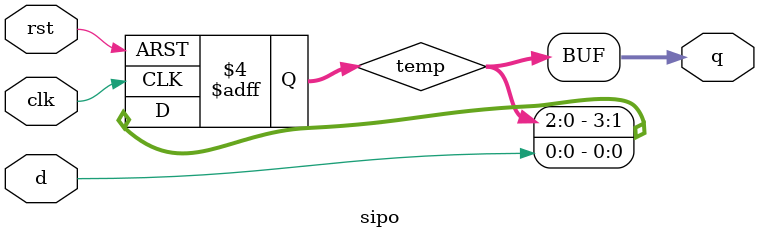
<source format=v>
module sipo(clk,rst,d,q);
  
  input clk,rst,d;
  output [3:0] q;
  reg[3:0] temp;
  
  always@(posedge clk,posedge rst) begin
    if(rst == 1)
     temp <= 4'b0000;
   else begin
   temp <= temp << 1;
     temp[0] <= d;
   end
end
assign q = temp;
endmodule

</source>
